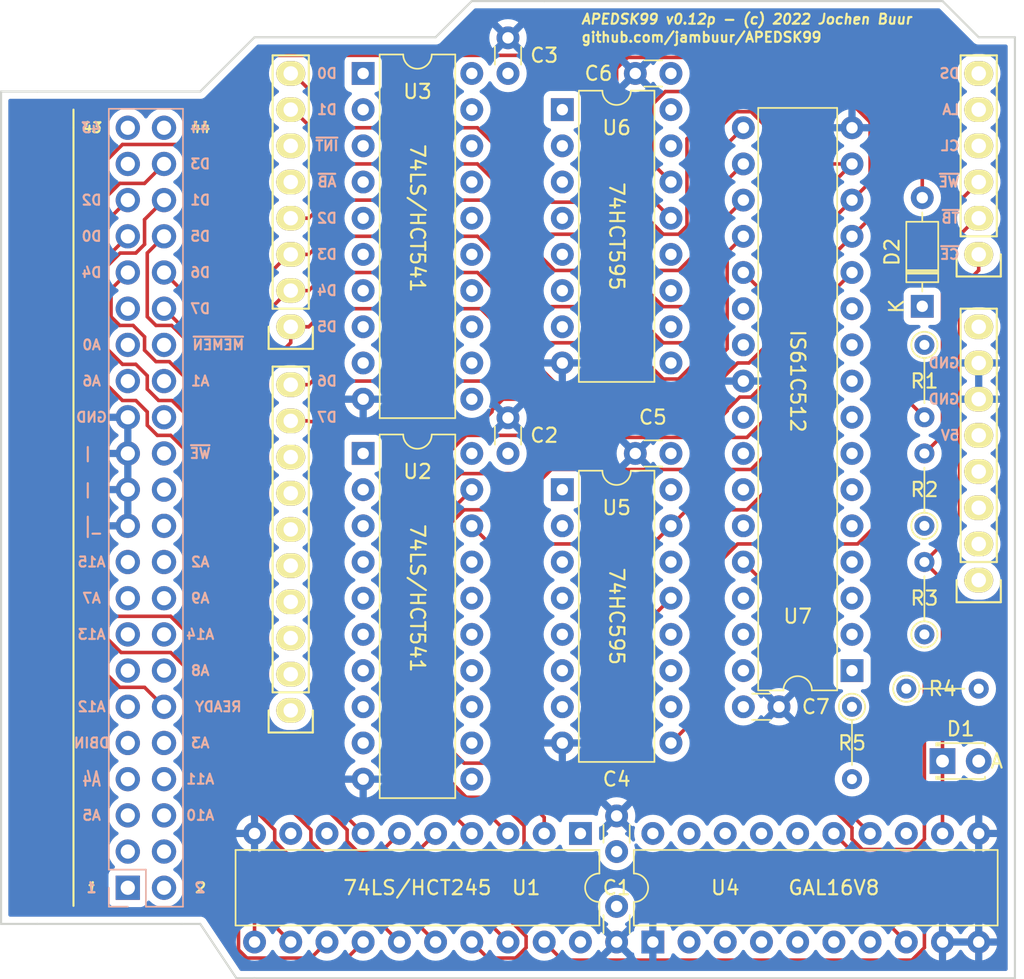
<source format=kicad_pcb>
(kicad_pcb (version 20211014) (generator pcbnew)
  (title_block (date "lun. 30 mars 2015"))
  (layers (0 "F.Cu" signal "Top-Data") (1 "In1.Cu" mixed "Layer2-Power") (2 "In2.Cu" signal "Layer3-Address") (31 "B.Cu" power "Bottom-GND") (36 "B.SilkS" user "B.Silkscreen") (37 "F.SilkS" user "F.Silkscreen") (38 "B.Mask" user) (39 "F.Mask" user) (44 "Edge.Cuts" user))
  (net 0 "")
  (net 1 "+5V")
  (net 2 "GND")
  (net 3 "/A3")
  (net 5 "Net-(D1-Pad2)")
  (net 8 "/D3")
  (net 10 "/D1")
  (net 11 "/D2")
  (net 12 "/D5")
  (net 13 "/D0")
  (net 14 "/D6")
  (net 15 "/D4")
  (net 16 "/D7")
  (net 18 "/A6")
  (net 19 "/~{WE}")
  (net 22 "/A9")
  (net 23 "/A7")
  (net 24 "/A8")
  (net 26 "/READY")
  (net 27 "/A12")
  (net 28 "/DBIN")
  (net 29 "/A11")
  (net 30 "/A4")
  (net 31 "/A10")
  (net 32 "/A5")
  (net 41 "/DS")
  (net 42 "/LATCH")
  (net 43 "/CLOCK")
  (net 44 "/~{TIBUF}")
  (net 60 "/AD_D0")
  (net 61 "/~{AR_BUF}")
  (net 63 "/AD_A0")
  (net 64 "/AD_A10")
  (net 65 "Net-(U5-Pad9)")
  (net 66 "/A15")
  (net 67 "/A14")
  (net 68 "/A13")
  (net 69 "/~{AD_CE}")
  (net 70 "/~{TI_INT}")
  (net 71 "Net-(R5-Pad2)")
  (net 72 "/~{MEMEN}")
  (net 73 "/A0")
  (net 74 "/A1")
  (net 75 "/A2")
  (net 76 "/~{AD_WE}")
  (net 77 "/CE_245")
  (footprint "Socket_Arduino_Uno:Socket_Strip_Arduino_1x08" (layer "F.Cu") (at 171.958 108.585 90)
    (fp_text reference "P1" hide)
    (fp_text value "Power")
  )
  (footprint "Socket_Arduino_Uno:Socket_Strip_Arduino_1x06" (layer "F.Cu") (at 171.958 85.725 90)
    (fp_text reference "P2" hide)
    (fp_text value "Analog")
  )
  (footprint "Socket_Arduino_Uno:Socket_Strip_Arduino_1x10" (layer "F.Cu") (at 123.698 117.729 90)
    (fp_text reference "P3" hide)
    (fp_text value "Digital")
  )
  (footprint "Socket_Arduino_Uno:Socket_Strip_Arduino_1x08" (layer "F.Cu") (at 123.698 90.805 90)
    (fp_text reference "P4" hide)
    (fp_text value "Digital")
  )
  (footprint "Capacitor_THT:C_Disc_D3.0mm_W1.6mm_P2.50mm" (layer "F.Cu") (at 138.938 99.695 90)
    (fp_text reference "C2")
    (fp_text value "100N")
  )
  (footprint "LED_THT:LED_D1.8mm_W3.3mm_H2.4mm" (layer "F.Cu") (at 169.418 121.285)
    (fp_text reference "D1")
    (fp_text value "~CE")
  )
  (footprint "Resistor_THT:R_Axial_DIN0204_L3.6mm_D1.6mm_P5.08mm_Vertical" (layer "F.Cu") (at 168.148 92.075 -90)
    (fp_text reference "R1")
    (fp_text value "5.1K")
  )
  (footprint "Resistor_THT:R_Axial_DIN0204_L3.6mm_D1.6mm_P5.08mm_Vertical" (layer "F.Cu") (at 168.148 112.395 90)
    (fp_text reference "R3")
    (fp_text value "5.1K")
  )
  (footprint "Resistor_THT:R_Axial_DIN0204_L3.6mm_D1.6mm_P5.08mm_Vertical" (layer "F.Cu") (at 166.878 116.205)
    (fp_text reference "R4")
    (fp_text value "330R")
  )
  (footprint "Capacitor_THT:C_Disc_D3.0mm_W1.6mm_P2.50mm" (layer "F.Cu") (at 146.558 133.985 90)
    (fp_text reference "C1")
    (fp_text value "100N")
  )
  (footprint "Package_DIP:DIP-20_W7.62mm" (layer "F.Cu") (at 144.018 126.365 -90)
    (fp_text reference "U1")
    (fp_text value "74LS245")
  )
  (footprint "Capacitor_THT:C_Disc_D3.0mm_W1.6mm_P2.50mm" (layer "F.Cu") (at 146.558 127.635 90)
    (fp_text reference "C4")
    (fp_text value "100N")
  )
  (footprint "Resistor_THT:R_Axial_DIN0204_L3.6mm_D1.6mm_P5.08mm_Vertical" (layer "F.Cu") (at 168.148 104.775 90)
    (fp_text reference "R2")
    (fp_text value "5.1K")
  )
  (footprint "Resistor_THT:R_Axial_DIN0204_L3.6mm_D1.6mm_P5.08mm_Vertical" (layer "F.Cu") (at 163.068 117.475 -90)
    (fp_text reference "R5")
    (fp_text value "1K")
  )
  (footprint "Package_DIP:DIP-20_W7.62mm" (layer "F.Cu") (at 149.098 133.985 90)
    (fp_text reference "U4")
    (fp_text value "GAL16V8")
  )
  (footprint "Package_DIP:DIP-32_W7.62mm" (layer "F.Cu") (at 163.068 114.935 180)
    (fp_text reference "U7")
    (fp_text value "IS61C512-20M")
  )
  (footprint "Capacitor_THT:C_Disc_D3.0mm_W1.6mm_P2.50mm" (layer "F.Cu") (at 138.938 73.025 90)
    (fp_text reference "C3")
    (fp_text value "100N")
  )
  (footprint "Package_DIP:DIP-20_W7.62mm" (layer "F.Cu") (at 128.778 73.025)
    (fp_text reference "U3")
    (fp_text value "74LS541")
  )
  (footprint "Package_DIP:DIP-20_W7.62mm" (layer "F.Cu") (at 128.778 99.695)
    (fp_text reference "U2")
    (fp_text value "74LS541")
  )
  (footprint "Package_DIP:DIP-16_W7.62mm" (layer "F.Cu") (at 142.748 102.235)
    (fp_text reference "U5")
    (fp_text value "74HC595")
  )
  (footprint "Capacitor_THT:C_Disc_D3.0mm_W1.6mm_P2.50mm" (layer "F.Cu") (at 150.368 73.025 180)
    (fp_text reference "C6")
    (fp_text value "100N")
  )
  (footprint "Package_DIP:DIP-16_W7.62mm" (layer "F.Cu") (at 142.748 75.565)
    (fp_text reference "U6")
    (fp_text value "74HC595")
  )
  (footprint "Capacitor_THT:C_Disc_D3.0mm_W1.6mm_P2.50mm" (layer "F.Cu") (at 150.368 99.695 180)
    (fp_text reference "C5")
    (fp_text value "100N")
  )
  (footprint "Capacitor_THT:C_Disc_D3.0mm_W1.6mm_P2.50mm" (layer "F.Cu") (at 155.448 117.475)
    (fp_text reference "C7")
    (fp_text value "100N")
  )
  (footprint "Diode_THT:D_DO-35_SOD27_P7.62mm_Horizontal" (layer "F.Cu") (at 167.998 89.365 90)
    (fp_text reference "D2")
    (fp_text value "1N4148")
  )
  (footprint "Connector_PinHeader_2.54mm:PinHeader_2x22_P2.54mm_Vertical" (layer "B.Cu") (at 112.268 130.175)
    (fp_text reference "J1" hide)
    (fp_text value "240-44-44Pins")
  )
  (gr_line (start 108.458 76.835) (end 108.458 75.565) (layer "F.SilkS") (width 0.15))
  (gr_line (start 108.458 76.835) (end 108.458 131.445) (layer "F.SilkS") (width 0.15))
  (gr_line (start 117.348 132.715) (end 119.888 136.525) (layer "Edge.Cuts") (width 0.15))
  (gr_line (start 141.478 67.945) (end 169.418 67.945) (layer "Edge.Cuts") (width 0.15))
  (gr_line (start 103.378 74.295) (end 105.918 74.295) (layer "Edge.Cuts") (width 0.15))
  (gr_line (start 174.498 70.485) (end 171.958 70.485) (layer "Edge.Cuts") (width 0.15))
  (gr_line (start 105.918 132.715) (end 103.378 132.715) (layer "Edge.Cuts") (width 0.15))
  (gr_line (start 121.158 136.525) (end 119.888 136.525) (layer "Edge.Cuts") (width 0.15))
  (gr_line (start 171.958 70.485) (end 169.418 67.945) (layer "Edge.Cuts") (width 0.15))
  (gr_line (start 116.078 132.715) (end 117.348 132.715) (layer "Edge.Cuts") (width 0.15))
  (gr_line (start 121.158 136.525) (end 174.498 136.525) (layer "Edge.Cuts") (width 0.15))
  (gr_line (start 133.858 70.485) (end 136.398 67.945) (layer "Edge.Cuts") (width 0.15))
  (gr_line (start 136.398 67.945) (end 141.478 67.945) (layer "Edge.Cuts") (width 0.15))
  (gr_line (start 117.348 74.295) (end 121.158 70.485) (layer "Edge.Cuts") (width 0.15))
  (gr_line (start 121.158 70.485) (end 133.858 70.485) (layer "Edge.Cuts") (width 0.15))
  (gr_line (start 105.918 132.715) (end 116.078 132.715) (layer "Edge.Cuts") (width 0.15))
  (gr_line (start 117.348 74.295) (end 105.918 74.295) (layer "Edge.Cuts") (width 0.15))
  (gr_line (start 174.498 136.525) (end 174.498 70.485) (layer "Edge.Cuts") (width 0.15))
  (gr_line (start 103.378 132.715) (end 103.378 74.295) (layer "Edge.Cuts") (width 0.15))
  (gr_text "LA" (at 170.688 75.565) (layer "B.SilkS") (effects (font (size 0.7 0.7)) (justify left mirror)))
  (gr_text "DS" (at 170.688 73.025) (layer "B.SilkS") (effects (font (size 0.7 0.7)) (justify left mirror)))
  (gr_text "~{WE}" (at 170.688 80.645) (layer "B.SilkS") (effects (font (size 0.7 0.7)) (justify left mirror)))
  (gr_text "~{TB}" (at 170.688 83.185) (layer "B.SilkS") (effects (font (size 0.7 0.7)) (justify left mirror)))
  (gr_text "~{CE}" (at 170.688 85.725) (layer "B.SilkS") (effects (font (size 0.7 0.7)) (justify left mirror)))
  (gr_text "GND" (at 170.688 93.345) (layer "B.SilkS") (effects (font (size 0.7 0.7)) (justify left mirror)))
  (gr_text "GND" (at 170.688 95.885) (layer "B.SilkS") (effects (font (size 0.7 0.7)) (justify left mirror)))
  (gr_text "5V" (at 170.688 98.425) (layer "B.SilkS") (effects (font (size 0.7 0.7)) (justify left mirror)))
  (gr_text "~{MEMEN}" (at 118.618 92.075) (layer "B.SilkS") (effects (font (size 0.7 0.7)) (justify mirror)))
  (gr_text "A1" (at 117.348 94.615) (layer "B.SilkS") (effects (font (size 0.7 0.7)) (justify mirror)))
  (gr_text "A2" (at 117.348 107.315) (layer "B.SilkS") (effects (font (size 0.7 0.7)) (justify mirror)))
  (gr_text "A0" (at 109.728 92.075) (layer "B.SilkS") (effects (font (size 0.7 0.7)) (justify mirror)))
  (gr_text "~{WE}" (at 117.348 99.695) (layer "B.SilkS") (effects (font (size 0.7 0.7)) (justify mirror)))
  (gr_text "44" (at 117.348 76.835) (layer "B.SilkS") (effects (font (size 0.7 0.7) (thickness 0.15) italic) (justify mirror)))
  (gr_text "D6" (at 117.348 86.995) (layer "B.SilkS") (effects (font (size 0.7 0.7)) (justify mirror)))
  (gr_text "43" (at 109.728 76.835) (layer "B.SilkS") (effects (font (size 0.7 0.7) (thickness 0.15) italic) (justify mirror)))
  (gr_text "A8" (at 117.348 114.935) (layer "B.SilkS") (effects (font (size 0.7 0.7)) (justify mirror)))
  (gr_text "D2" (at 126.238 83.185) (layer "B.SilkS") (effects (font (size 0.7 0.7)) (justify mirror)))
  (gr_text "D3" (at 117.348 79.375) (layer "B.SilkS") (effects (font (size 0.7 0.7)) (justify mirror)))
  (gr_text "A5" (at 109.728 125.095) (layer "B.SilkS") (effects (font (size 0.7 0.7)) (justify mirror)))
  (gr_text "D7" (at 126.238 97.155) (layer "B.SilkS") (effects (font (size 0.7 0.7)) (justify mirror)))
  (gr_text "A9" (at 117.348 109.855) (layer "B.SilkS") (effects (font (size 0.7 0.7)) (justify mirror)))
  (gr_text "_|" (at 109.728 104.775) (layer "B.SilkS") (effects (font (size 1 0.7)) (justify mirror)))
  (gr_text "A7" (at 109.728 109.855) (layer "B.SilkS") (effects (font (size 0.7 0.7)) (justify mirror)))
  (gr_text "CL" (at 170.688 78.105) (layer "B.SilkS") (effects (font (size 0.7 0.7)) (justify left mirror)))
  (gr_text " |" (at 109.728 102.235) (layer "B.SilkS") (effects (font (size 0.7 0.7)) (justify mirror)))
  (gr_text "A10" (at 117.348 125.095) (layer "B.SilkS") (effects (font (size 0.7 0.7)) (justify mirror)))
  (gr_text "D5" (at 117.348 84.455) (layer "B.SilkS") (effects (font (size 0.7 0.7)) (justify mirror)))
  (gr_text "A4" (at 109.728 122.555) (layer "B.SilkS") (effects (font (size 1 0.7)) (justify mirror)))
  (gr_text " |" (at 109.728 99.695) (layer "B.SilkS") (effects (font (size 0.7 0.7)) (justify mirror)))
  (gr_text "D4" (at 126.238 88.265) (layer "B.SilkS") (effects (font (size 0.7 0.7)) (justify mirror)))
  (gr_text "A6" (at 109.728 94.615) (layer "B.SilkS") (effects (font (size 0.7 0.7)) (justify mirror)))
  (gr_text "DBIN" (at 109.728 120.015) (layer "B.SilkS") (effects (font (size 0.7 0.7)) (justify mirror)))
  (gr_text "~{INT}" (at 126.238 78.105) (layer "B.SilkS") (effects (font (size 0.7 0.7)) (justify mirror)))
  (gr_text "A12" (at 109.728 117.475) (layer "B.SilkS") (effects (font (size 0.7 0.7)) (justify mirror)))
  (gr_text "READY" (at 118.618 117.475) (layer "B.SilkS") (effects (font (size 0.7 0.7)) (justify mirror)))
  (gr_text "~{AB}" (at 126.238 80.645) (layer "B.SilkS") (effects (font (size 0.7 0.7)) (justify mirror)))
  (gr_text "A15" (at 109.728 107.315) (layer "B.SilkS") (effects (font (size 0.7 0.7)) (justify mirror)))
  (gr_text "D3" (at 126.238 85.725) (layer "B.SilkS") (effects (font (size 0.7 0.7)) (justify mirror)))
  (gr_text "D0" (at 126.238 73.025) (layer "B.SilkS") (effects (font (size 0.7 0.7)) (justify mirror)))
  (gr_text "D2" (at 109.728 81.915) (layer "B.SilkS") (effects (font (size 0.7 0.7)) (justify mirror)))
  (gr_text "1" (at 109.728 130.175) (layer "B.SilkS") (effects (font (size 0.7 0.7) (thickness 0.15) italic) (justify mirror)))
  (gr_text "GND" (at 109.728 97.155) (layer "B.SilkS") (effects (font (size 0.7 0.7)) (justify mirror)))
  (gr_text "D5" (at 126.238 90.805) (layer "B.SilkS") (effects (font (size 0.7 0.7)) (justify mirror)))
  (gr_text "2" (at 117.348 130.175) (layer "B.SilkS") (effects (font (size 0.7 0.7) (thickness 0.15) italic) (justify mirror)))
  (gr_text "A14" (at 117.348 112.395) (layer "B.SilkS") (effects (font (size 0.7 0.7)) (justify mirror)))
  (gr_text "D1" (at 117.348 81.915) (layer "B.SilkS") (effects (font (size 0.7 0.7)) (justify mirror)))
  (gr_text "A13" (at 109.728 112.395) (layer "B.SilkS") (effects (font (size 0.7 0.7)) (justify mirror)))
  (gr_text "A11" (at 117.348 122.555) (layer "B.SilkS") (effects (font (size 0.7 0.7)) (justify mirror)))
  (gr_text "D6" (at 126.238 94.615) (layer "B.SilkS") (effects (font (size 0.7 0.7)) (justify mirror)))
  (gr_text "D1" (at 126.238 75.565) (layer "B.SilkS") (effects (font (size 0.7 0.7)) (justify mirror)))
  (gr_text "D7" (at 117.348 89.535) (layer "B.SilkS") (effects (font (size 0.7 0.7)) (justify mirror)))
  (gr_text "D0" (at 109.728 84.455) (layer "B.SilkS") (effects (font (size 0.7 0.7)) (justify mirror)))
  (gr_text "A3" (at 117.348 120.015) (layer "B.SilkS") (effects (font (size 0.7 0.7)) (justify mirror)))
  (gr_text "D4" (at 109.728 86.995) (layer "B.SilkS") (effects (font (size 0.7 0.7)) (justify mirror)))
  (gr_text "74LS/HCT541" (at 132.588 109.855 270) (layer "F.SilkS") (effects (font (size 1 1))))
  (gr_text "74LS/HCT541" (at 132.588 83.185 270) (layer "F.SilkS") (effects (font (size 1 1))))
  (gr_text "GAL16V8" (at 161.798 130.175) (layer "F.SilkS") (effects (font (size 1 1))))
  (gr_text "IS61C512" (at 159.258 94.615 270) (layer "F.SilkS") (effects (font (size 1 1))))
  (gr_text "github.com/jambuur/APEDSK99" (at 144.018 70.485) (layer "F.SilkS") (effects (font (size 0.7 0.7)) (justify left)))
  (gr_text "74HCT595" (at 146.558 84.455 270) (layer "F.SilkS") (effects (font (size 1 1))))
  (gr_text "74HC595" (at 146.558 111.125 270) (layer "F.SilkS") (effects (font (size 1 1))))
  (gr_text "44" (at 117.348 76.835) (layer "F.SilkS") (effects (font (size 0.7 0.7) (thickness 0.15) italic)))
  (gr_text "A" (at 173.228 121.285) (layer "F.SilkS") (effects (font (size 1 1))))
  (gr_text "APEDSK99 v0.12p - (c) 2022 Jochen Buur" (at 144.018 69.215) (layer "F.SilkS") (effects (font (size 0.7 0.7) (thickness 0.15) italic) (justify left)))
  (gr_text "74LS/HCT245" (at 132.588 130.175) (layer "F.SilkS") (effects (font (size 1 1))))
  (gr_text "43" (at 109.728 76.835) (layer "F.SilkS") (effects (font (size 0.7 0.7) (thickness 0.15) italic)))
  (gr_text "2" (at 117.348 130.175) (layer "F.SilkS") (effects (font (size 0.7 0.7) (thickness 0.15) italic)))
  (gr_text "1" (at 109.728 130.175) (layer "F.SilkS") (effects (font (size 0.7 0.7) (thickness 0.15) italic)))
  (segment (start 111.798998 113.665) (end 115.277002 113.665) (width 0.25) (layer "F.Cu") (net 8))
  (segment (start 114.808 79.375) (end 113.443001 80.739999) (width 0.25) (layer "F.Cu") (net 8))
  (segment (start 109.292955 83.151043) (end 109.292955 111.158957) (width 0.25) (layer "F.Cu") (net 8))
  (segment (start 111.703999 80.739999) (end 109.292955 83.151043) (width 0.25) (layer "F.Cu") (net 8))
  (segment (start 119.582988 134.711401) (end 120.431598 135.560011) (width 0.25) (layer "F.Cu") (net 8))
  (segment (start 119.582988 131.779221) (end 119.582988 134.711401) (width 0.25) (layer "F.Cu") (net 8))
  (segment (start 120.431598 135.560011) (end 127.202989 135.560011) (width 0.25) (layer "F.Cu") (net 8))
  (segment (start 116.897991 129.094223) (end 119.582988 131.779221) (width 0.25) (layer "F.Cu") (net 8))
  (segment (start 109.292955 111.158957) (end 111.798998 113.665) (width 0.25) (layer "F.Cu") (net 8))
  (segment (start 116.882922 115.27092) (end 116.882922 128.703535) (width 0.25) (layer "F.Cu") (net 8))
  (segment (start 116.882922 128.703535) (end 116.882924 129.076335) (width 0.25) (layer "F.Cu") (net 8))
  (segment (start 127.202989 135.560011) (end 128.778 133.985) (width 0.25) (layer "F.Cu") (net 8))
  (segment (start 115.277002 113.665) (end 116.882922 115.27092) (width 0.25) (layer "F.Cu") (net 8))
  (segment (start 113.443001 80.739999) (end 111.703999 80.739999) (width 0.25) (layer "F.Cu") (net 8))
  (segment (start 115.372001 95.979999) (end 114.433997 95.979999) (width 0.25) (layer "F.Cu") (net 10))
  (segment (start 113.443001 83.279999) (end 113.958001 82.764999) (width 0.25) (layer "F.Cu") (net 10))
  (segment (start 111.729409 85.630001) (end 112.832001 85.630001) (width 0.25) (layer "F.Cu") (net 10))
  (segment (start 113.958001 82.764999) (end 114.808 81.915) (width 0.25) (layer "F.Cu") (net 10))
  (segment (start 110.642988 86.716422) (end 111.729409 85.630001) (width 0.25) (layer "F.Cu") (net 10))
  (segment (start 122.898001 133.18218) (end 118.232954 128.517133) (width 0.25) (layer "F.Cu") (net 10))
  (segment (start 113.632999 94.240997) (end 112.832001 93.439999) (width 0.25) (layer "F.Cu") (net 10))
  (segment (start 113.443001 85.019001) (end 113.443001 83.279999) (width 0.25) (layer "F.Cu") (net 10))
  (segment (start 110.642988 92.18899) (end 110.642988 86.716422) (width 0.25) (layer "F.Cu") (net 10))
  (segment (start 112.832001 85.630001) (end 113.443001 85.019001) (width 0.25) (layer "F.Cu") (net 10))
  (segment (start 114.433997 95.979999) (end 113.632999 95.179001) (width 0.25) (layer "F.Cu") (net 10))
  (segment (start 122.898001 133.185001) (end 122.898001 133.18218) (width 0.25) (layer "F.Cu") (net 10))
  (segment (start 111.893997 93.439999) (end 110.642988 92.18899) (width 0.25) (layer "F.Cu") (net 10))
  (segment (start 112.832001 93.439999) (end 111.893997 93.439999) (width 0.25) (layer "F.Cu") (net 10))
  (segment (start 113.632999 95.179001) (end 113.632999 94.240997) (width 0.25) (layer "F.Cu") (net 10))
  (segment (start 123.698 133.985) (end 122.898001 133.185001) (width 0.25) (layer "F.Cu") (net 10))
  (segment (start 118.232954 128.517133) (end 118.232954 98.840952) (width 0.25) (layer "F.Cu") (net 10))
  (segment (start 118.232954 98.840952) (end 115.372001 95.979999) (width 0.25) (layer "F.Cu") (net 10))
  (segment (start 126.238 133.985) (end 125.112999 135.110001) (width 0.25) (layer "F.Cu") (net 11))
  (segment (start 120.032999 134.525001) (end 120.032999 131.592821) (width 0.25) (layer "F.Cu") (net 11))
  (segment (start 109.742966 109.869966) (end 109.742966 84.440034) (width 0.25) (layer "F.Cu") (net 11))
  (segment (start 120.617999 135.110001) (end 120.032999 134.525001) (width 0.25) (layer "F.Cu") (net 11))
  (segment (start 110.998 111.125) (end 109.742966 109.869966) (width 0.25) (layer "F.Cu") (net 11))
  (segment (start 117.332932 113.18093) (end 117.332932 128.889933) (width 0.25) (layer "F.Cu") (net 11))
  (segment (start 109.742966 84.440034) (end 112.268 81.915) (width 0.25) (layer "F.Cu") (net 11))
  (segment (start 115.277002 111.125) (end 110.998 111.125) (width 0.25) (layer "F.Cu") (net 11))
  (segment (start 117.332933 113.180931) (end 115.277002 111.125) (width 0.25) (layer "F.Cu") (net 11))
  (segment (start 115.277002 111.125) (end 117.332932 113.18093) (width 0.25) (layer "F.Cu") (net 11))
  (segment (start 125.112999 135.110001) (end 120.617999 135.110001) (width 0.25) (layer "F.Cu") (net 11))
  (segment (start 120.032999 131.592821) (end 117.348 128.907822) (width 0.25) (layer "F.Cu") (net 11))
  (segment (start 113.632999 90.099001) (end 114.243999 90.710001) (width 0.25) (layer "F.Cu") (net 12))
  (segment (start 113.632999 85.630001) (end 113.632999 90.099001) (width 0.25) (layer "F.Cu") (net 12))
  (segment (start 114.808 84.455) (end 113.632999 85.630001) (width 0.25) (layer "F.Cu") (net 12))
  (segment (start 133.058001 133.185001) (end 133.858 133.985) (width 0.25) (layer "F.Cu") (net 12))
  (segment (start 129.597989 129.724989) (end 133.058001 133.185001) (width 0.25) (layer "F.Cu") (net 12))
  (segment (start 119.132977 94.496387) (end 119.132977 127.513567) (width 0.25) (layer "F.Cu") (net 12))
  (segment (start 121.344399 129.724989) (end 129.597989 129.724989) (width 0.25) (layer "F.Cu") (net 12))
  (segment (start 114.243999 90.710001) (end 115.346591 90.710001) (width 0.25) (layer "F.Cu") (net 12))
  (segment (start 115.346591 90.710001) (end 119.132977 94.496387) (width 0.25) (layer "F.Cu") (net 12))
  (segment (start 119.132977 127.513567) (end 121.344399 129.724989) (width 0.25) (layer "F.Cu") (net 12))
  (segment (start 117.782943 128.703533) (end 121.158 132.078589) (width 0.25) (layer "F.Cu") (net 13))
  (segment (start 113.632999 97.719001) (end 114.338998 98.425) (width 0.25) (layer "F.Cu") (net 13))
  (segment (start 110.192977 94.278979) (end 111.893997 95.979999) (width 0.25) (layer "F.Cu") (net 13))
  (segment (start 113.632999 96.780997) (end 113.632999 97.719001) (width 0.25) (layer "F.Cu") (net 13))
  (segment (start 117.782943 100.930941) (end 117.782943 128.703533) (width 0.25) (layer "F.Cu") (net 13))
  (segment (start 112.268 84.455) (end 110.192977 86.530023) (width 0.25) (layer "F.Cu") (net 13))
  (segment (start 112.832001 95.979999) (end 113.632999 96.780997) (width 0.25) (layer "F.Cu") (net 13))
  (segment (start 115.277002 98.425) (end 117.782943 100.930941) (width 0.25) (layer "F.Cu") (net 13))
  (segment (start 110.192977 86.530023) (end 110.192977 94.278979) (width 0.25) (layer "F.Cu") (net 13))
  (segment (start 111.893997 95.979999) (end 112.832001 95.979999) (width 0.25) (layer "F.Cu") (net 13))
  (segment (start 121.158 132.078589) (end 121.158 133.985) (width 0.25) (layer "F.Cu") (net 13))
  (segment (start 114.338998 98.425) (end 115.277002 98.425) (width 0.25) (layer "F.Cu") (net 13))
  (segment (start 137.523001 135.110001) (end 137.197999 134.784999) (width 0.25) (layer "F.Cu") (net 14))
  (segment (start 140.208 134.380002) (end 139.478001 135.110001) (width 0.25) (layer "F.Cu") (net 14))
  (segment (start 120.032999 92.219999) (end 120.032999 123.574997) (width 0.25) (layer "F.Cu") (net 14))
  (segment (start 137.197999 134.784999) (end 136.398 133.985) (width 0.25) (layer "F.Cu") (net 14))
  (segment (start 122.572999 126.905001) (end 124.492965 128.824967) (width 0.25) (layer "F.Cu") (net 14))
  (segment (start 122.572999 126.114997) (end 122.572999 126.905001) (width 0.25) (layer "F.Cu") (net 14))
  (segment (start 139.478001 135.110001) (end 137.523001 135.110001) (width 0.25) (layer "F.Cu") (net 14))
  (segment (start 124.492965 128.824967) (end 135.442969 128.824967) (width 0.25) (layer "F.Cu") (net 14))
  (segment (start 135.442969 128.824967) (end 140.208 133.589998) (width 0.25) (layer "F.Cu") (net 14))
  (segment (start 140.208 133.589998) (end 140.208 134.380002) (width 0.25) (layer "F.Cu") (net 14))
  (segment (start 120.032999 123.574997) (end 122.572999 126.114997) (width 0.25) (layer "F.Cu") (net 14))
  (segment (start 114.808 86.995) (end 120.032999 92.219999) (width 0.25) (layer "F.Cu") (net 14))
  (segment (start 115.182003 93.250001) (end 114.243999 93.250001) (width 0.25) (layer "F.Cu") (net 15))
  (segment (start 127.508 130.175) (end 121.158 130.175) (width 0.25) (layer "F.Cu") (net 15))
  (segment (start 111.092999 88.170001) (end 112.268 86.995) (width 0.25) (layer "F.Cu") (net 15))
  (segment (start 113.443001 91.510999) (end 112.642003 90.710001) (width 0.25) (layer "F.Cu") (net 15))
  (segment (start 113.443001 92.449003) (end 113.443001 91.510999) (width 0.25) (layer "F.Cu") (net 15))
  (segment (start 121.158 130.175) (end 118.682965 127.699965) (width 0.25) (layer "F.Cu") (net 15))
  (segment (start 112.642003 90.710001) (end 111.703999 90.710001) (width 0.25) (layer "F.Cu") (net 15))
  (segment (start 111.092999 90.099001) (end 111.092999 88.170001) (width 0.25) (layer "F.Cu") (net 15))
  (segment (start 118.682965 96.750963) (end 115.182003 93.250001) (width 0.25) (layer "F.Cu") (net 15))
  (segment (start 111.703999 90.710001) (end 111.092999 90.099001) (width 0.25) (layer "F.Cu") (net 15))
  (segment (start 118.682965 127.699965) (end 118.682965 96.750963) (width 0.25) (layer "F.Cu") (net 15))
  (segment (start 131.318 133.985) (end 127.508 130.175) (width 0.25) (layer "F.Cu") (net 15))
  (segment (start 114.243999 93.250001) (end 113.443001 92.449003) (width 0.25) (layer "F.Cu") (net 15))
  (segment (start 119.582988 127.091401) (end 121.766565 129.274978) (width 0.25) (layer "F.Cu") (net 16))
  (segment (start 134.227978 129.274978) (end 138.138001 133.185001) (width 0.25) (layer "F.Cu") (net 16))
  (segment (start 114.808 89.535) (end 119.582988 94.309988) (width 0.25) (layer "F.Cu") (net 16))
  (segment (start 121.766565 129.274978) (end 134.227978 129.274978) (width 0.25) (layer "F.Cu") (net 16))
  (segment (start 119.582988 94.309988) (end 119.582988 127.091401) (width 0.25) (layer "F.Cu") (net 16))
  (segment (start 138.138001 133.185001) (end 138.938 133.985) (width 0.25) (layer "F.Cu") (net 16))
  (segment (start 111.893997 78.010001) (end 116.172999 78.010001) (width 0.25) (layer "F.Cu") (net 26))
  (segment (start 167.998 75.695051) (end 163.752937 71.449988) (width 0.25) (layer "F.Cu") (net 26))
  (segment (start 113.443001 116.110001) (end 111.703999 116.110001) (width 0.25) (layer "F.Cu") (net 26))
  (segment (start 147.141599 71.449988) (end 163.752937 71.449988) (width 0.25) (layer "F.Cu") (net 26))
  (segment (start 122.428 71.755) (end 146.836588 71.755) (width 0.25) (layer "F.Cu") (net 26))
  (segment (start 167.998 81.745) (end 167.998 75.695051) (width 0.25) (layer "F.Cu") (net 26))
  (segment (start 114.808 117.475) (end 113.443001 116.110001) (width 0.25) (layer "F.Cu") (net 26))
  (segment (start 108.842946 81.061052) (end 111.893997 78.010001) (width 0.25) (layer "F.Cu") (net 26))
  (segment (start 108.842945 113.248946) (end 108.842946 81.061052) (width 0.25) (layer "F.Cu") (net 26))
  (segment (start 111.703999 116.110001) (end 108.842945 113.248946) (width 0.25) (layer "F.Cu") (net 26))
  (segment (start 146.836588 71.755) (end 147.141599 71.449988) (width 0.25) (layer "F.Cu") (net 26))
  (segment (start 116.172999 78.010001) (end 122.428 71.755) (width 0.25) (layer "F.Cu") (net 26))
  (segment (start 141.478 129.300002) (end 140.063001 127.885003) (width 0.25) (layer "F.Cu") (net 44))
  (segment (start 166.878 133.985) (end 162.193002 129.300002) (width 0.25) (layer "F.Cu") (net 44))
  (segment (start 143.623 129.3) (end 143.622998 129.300002) (width 0.25) (layer "F.Cu") (net 44))
  (segment (start 143.622998 129.300002) (end 141.478 129.300002) (width 0.25) (layer "F.Cu") (net 44))
  (segment (start 171.958 83.185) (end 171.8056 83.185) (width 0.25) (layer "F.Cu") (net 44))
  (segment (start 169.418 98.425) (end 168.148 99.695) (width 0.25) (layer "F.Cu") (net 44))
  (segment (start 133.407989 105.225011) (end 135.598001 103.034999) (width 0.25) (layer "F.Cu") (net 44))
  (segment (start 140.063001 125.824999) (end 138.063005 123.825003) (width 0.25) (layer "F.Cu") (net 44))
  (segment (start 171.8056 83.185) (end 169.418 85.5726) (width 0.25) (layer "F.Cu") (net 44))
  (segment (start 162.193002 129.300002) (end 143.623 129.3) (width 0.25) (layer "F.Cu") (net 44))
  (segment (start 133.407989 121.229991) (end 133.407989 105.225011) (width 0.25) (layer "F.Cu") (net 44))
  (segment (start 140.063001 127.885003) (end 140.063001 125.824999) (width 0.25) (layer "F.Cu") (net 44))
  (segment (start 135.598001 103.034999) (end 136.398 102.235) (width 0.25) (layer "F.Cu") (net 44))
  (segment (start 169.418 85.5726) (end 169.418 98.425) (width 0.25) (layer "F.Cu") (net 44))
  (segment (start 138.063005 123.825003) (end 136.002999 123.825001) (width 0.25) (layer "F.Cu") (net 44))
  (segment (start 136.002999 123.825001) (end 133.407989 121.229991) (width 0.25) (layer "F.Cu") (net 44))
  (segment (start 128.382998 127.635) (end 127.652999 126.905001) (width 0.25) (layer "F.Cu") (net 60))
  (segment (start 150.908001 86.850001) (end 148.953001 86.850001) (width 0.25) (layer "F.Cu") (net 60))
  (segment (start 136.398 126.365) (end 132.507967 122.474967) (width 0.25) (layer "F.Cu") (net 60))
  (segment (start 153.863031 83.499969) (end 154.648001 82.714999) (width 0.25) (layer "F.Cu") (net 60))
  (segment (start 133.858 105.649998) (end 135.857999 103.649999) (width 0.25) (layer "F.Cu") (net 60))
  (segment (start 136.002998 98.425) (end 141.478 98.425) (width 0.25) (layer "F.Cu") (net 60))
  (segment (start 123.698 91.9186) (end 122.058022 93.558578) (width 0.25) (layer "F.Cu") (net 60))
  (segment (start 151.943012 77.799987) (end 151.943012 85.81499) (width 0.25) (layer "F.Cu") (net 60))
  (segment (start 165.157987 82.365013) (end 163.867999 83.655001) (width 0.25) (layer "F.Cu") (net 60))
  (segment (start 122.058022 93.558578) (end 122.058022 119.645022) (width 0.25) (layer "F.Cu") (net 60))
  (segment (start 125.218 94.615) (end 140.84441 94.615) (width 0.25) (layer "F.Cu") (net 60))
  (segment (start 140.696591 101.109999) (end 143.236591 98.569999) (width 0.25) (layer "F.Cu") (net 60))
  (segment (start 143.236591 98.569999) (end 155.698003 98.569999) (width 0.25) (layer "F.Cu") (net 60))
  (segment (start 155.988001 95.740001) (end 157.537989 94.190013) (width 0.25) (layer "F.Cu") (net 60))
  (segment (start 164.338 80.645) (end 164.338 76.439998) (width 0.25) (layer "F.Cu") (net 60))
  (segment (start 157.087978 92.100024) (end 157.087978 88.634978) (width 0.25) (layer "F.Cu") (net 60))
  (segment (start 147.577997 82.059999) (end 149.827999 84.310001) (width 0.25) (layer "F.Cu") (net 60))
  (segment (start 154.483011 75.259988) (end 151.943012 77.799987) (width 0.25) (layer "F.Cu") (net 60))
  (segment (start 126.234 81.915) (end 137.272998 81.915) (width 0.25) (layer "F.Cu") (net 60))
  (segment (start 150.908001 94.470001) (end 153.41302 91.964982) (width 0.25) (layer "F.Cu") (net 60))
  (segment (start 142.475924 94.984978) (end 151.035079 94.984978) (width 0.25) (layer "F.Cu") (net 60))
  (segment (start 125.112999 126.905001) (end 126.582954 128.374956) (width 0.25) (layer "F.Cu") (net 60))
  (segment (start 136.793002 84.455) (end 141.728003 89.390001) (width 0.25) (layer "F.Cu") (net 60))
  (segment (start 149.827999 94.470001) (end 150.908001 94.470001) (width 0.25) (layer "F.Cu") (net 60))
  (segment (start 135.616591 101.109999) (end 140.696591 101.109999) (width 0.25) (layer "F.Cu") (net 60))
  (segment (start 155.448 76.835) (end 152.963009 79.319991) (width 0.25) (layer "F.Cu") (net 60))
  (segment (start 157.537989 84.905011) (end 162.268001 80.174999) (width 0.25) (layer "F.Cu") (net 60))
  (segment (start 126.582954 128.374956) (end 131.848044 128.374956) (width 0.25) (layer "F.Cu") (net 60))
  (segment (start 137.674369 121.429999) (end 135.857999 121.429999) (width 0.25) (layer "F.Cu") (net 60))
  (segment (start 148.953001 86.850001) (end 146.413001 84.310001) (width 0.25) (layer "F.Cu") (net 60))
  (segment (start 127.652999 126.114997) (end 121.608011 120.070009) (width 0.25) (layer "F.Cu") (net 60))
  (segment (start 136.793002 79.375) (end 127.6604 79.375) (width 0.25) (layer "F.Cu") (net 60))
  (segment (start 132.507967 101.920031) (end 136.002998 98.425) (width 0.25) (layer "F.Cu") (net 60))
  (segment (start 133.058001 127.164999) (end 133.858 126.365) (width 0.25) (layer "F.Cu") (net 60))
  (segment (start 123.698 85.725) (end 124.964 85.725) (width 0.25) (layer "F.Cu") (net 60))
  (segment (start 137.812999 96.771414) (end 137.812999 96.654999) (width 0.25) (layer "F.Cu") (net 60))
  (segment (start 152.963009 79.319991) (end 152.963009 90.620059) (width 0.25) (layer "F.Cu") (net 60))
  (segment (start 138.582998 95.885) (end 152.512998 95.885) (width 0.25) (layer "F.Cu") (net 60))
  (segment (start 137.025946 89.535) (end 142.475924 94.984978) (width 0.25) (layer "F.Cu") (net 60))
  (segment (start 132.507967 122.474967) (end 132.507967 101.920031) (width 0.25) (layer "F.Cu") (net 60))
  (segment (start 127.978001 125.565001) (end 128.778 126.365) (width 0.25) (layer "F.Cu") (net 60))
  (segment (start 162.268001 80.174999) (end 163.068 79.375) (width 0.25) (layer "F.Cu") (net 60))
  (segment (start 153.41302 91.964982) (end 153.41302 81.40998) (width 0.25) (layer "F.Cu") (net 60))
  (segment (start 164.338 76.439998) (end 163.15799 75.259988) (width 0.25) (layer "F.Cu") (net 60))
  (segment (start 124.964 94.869) (end 125.218 94.615) (width 0.25) (layer "F.Cu") (net 60))
  (segment (start 121.158 122.159998) (end 125.112999 126.114997) (width 0.25) (layer "F.Cu") (net 60))
  (segment (start 140.84441 94.615) (end 141.664399 95.434989) (width 0.25) (layer "F.Cu") (net 60))
  (segment (start 154.313042 92.343426) (end 154.313042 85.589958) (width 0.25) (layer "F.Cu") (net 60))
  (segment (start 153.41302 81.40998) (end 154.648001 80.174999) (width 0.25) (layer "F.Cu") (net 60))
  (segment (start 137.272998 81.915) (end 142.207999 86.850001) (width 0.25) (layer "F.Cu") (net 60))
  (segment (start 149.827999 91.930001) (end 151.653067 91.930001) (width 0.25) (layer "F.Cu") (net 60))
  (segment (start 147.287999 86.850001) (end 149.827999 89.390001) (width 0.25) (layer "F.Cu") (net 60))
  (segment (start 149.827999 84.310001) (end 150.908001 84.310001) (width 0.25) (layer "F.Cu") (net 60))
  (segment (start 155.698003 98.569999) (end 157.988 96.280002) (width 0.25) (layer "F.Cu") (net 60))
  (segment (start 158.807989 98.000013) (end 158.807989 88.715011) (width 0.25) (layer "F.Cu") (net 60))
  (segment (start 157.988 86.995) (end 162.268001 82.714999) (width 0.25) (layer "F.Cu") (net 60))
  (segment (start 136.848012 124.275012) (end 135.379099 124.275011) (width 0.25) (layer "F.Cu") (net 60))
  (segment (start 123.698 73.025) (end 123.8504 73.025) (width 0.25) (layer "F.Cu") (net 60))
  (segment (start 154.36157 74.745019) (end 164.15443 74.745019) (width 0.25) (layer "F.Cu") (net 60))
  (segment (start 135.379099 124.275011) (end 132.957978 121.85389) (width 0.25) (layer "F.Cu") (net 60))
  (segment (start 121.608011 90.202589) (end 123.5456 88.265) (width 0.25) (layer "F.Cu") (net 60))
  (segment (start 162.268001 85.254999) (end 163.068 84.455) (width 0.25) (layer "F.Cu") (net 60))
  (segment (start 123.8504 73.025) (end 127.6604 76.835) (width 0.25) (layer "F.Cu") (net 60))
  (segment (start 124.964 90.805) (end 126.234 89.535) (width 0.25) (layer "F.Cu") (net 60))
  (segment (start 154.907999 75.709999) (end 152.512998 78.105) (width 0.25) (layer "F.Cu") (net 60))
  (segment (start 158.807989 88.715011) (end 162.268001 85.254999) (width 0.25) (layer "F.Cu") (net 60))
  (segment (start 162.268001 82.714999) (end 163.068 81.915) (width 0.25) (layer "F.Cu") (net 60))
  (segment (start 151.943012 85.81499) (end 150.908001 86.850001) (width 0.25) (layer "F.Cu") (net 60))
  (segment (start 154.648001 82.714999) (end 155.448 81.915) (width 0.25) (layer "F.Cu") (net 60))
  (segment (start 157.087978 88.634978) (end 156.247999 87.794999) (width 0.25) (layer "F.Cu") (net 60))
  (segment (start 126.234 89.535) (end 137.025946 89.535) (width 0.25) (layer "F.Cu") (net 60))
  (segment (start 137.124401 97.460012) (end 137.812999 96.771414) (width 0.25) (layer "F.Cu") (net 60))
  (segment (start 132.957978 121.85389) (end 132.957978 103.768612) (width 0.25) (layer "F.Cu") (net 60))
  (segment (start 159.653002 79.375) (end 155.988001 75.709999) (width 0.25) (layer "F.Cu") (net 60))
  (segment (start 147.287999 91.930001) (end 149.827999 94.470001) (width 0.25) (layer "F.Cu") (net 60))
  (segment (start 141.478 126.365) (end 141.478 125.23363) (width 0.25) (layer "F.Cu") (net 60))
  (segment (start 141.728003 91.930001) (end 147.287999 91.930001) (width 0.25) (layer "F.Cu") (net 60))
  (segment (start 123.698 83.185) (end 124.964 83.185) (width 0.25) (layer "F.Cu") (net 60))
  (segment (start 157.537989 94.190013) (end 157.537989 84.905011) (width 0.25) (layer "F.Cu") (net 60))
  (segment (start 124.964 88.265) (end 126.234 86.995) (width 0.25) (layer "F.Cu") (net 60))
  (segment (start 141.977997 100.820001) (end 155.988001 100.820001) (width 0.25) (layer "F.Cu") (net 60))
  (segment (start 155.052998 93.345) (end 155.843002 93.345) (width 0.25) (layer "F.Cu") (net 60))
  (segment (start 130.048 127.635) (end 128.382998 127.635) (width 0.25) (layer "F.Cu") (net 60))
  (segment (start 123.698 88.265) (end 124.964 88.265) (width 0.25) (layer "F.Cu") (net 60))
  (segment (start 155.988001 100.820001) (end 158.807989 98.000013) (width 0.25) (layer "F.Cu") (net 60))
  (segment (start 151.493001 83.725001) (end 151.493001 77.613588) (width 0.25) (layer "F.Cu") (net 60))
  (segment (start 141.478 98.425) (end 142.137923 97.765077) (width 0.25) (layer "F.Cu") (net 60))
  (segment (start 142.018001 82.059999) (end 147.577997 82.059999) (width 0.25) (layer "F.Cu") (net 60))
  (segment (start 124.964 83.185) (end 126.234 81.915) (width 0.25) (layer "F.Cu") (net 60))
  (segment (start 136.793002 76.835) (end 142.018001 82.059999) (width 0.25) (layer "F.Cu") (net 60))
  (segment (start 151.221479 95.434989) (end 154.313042 92.343426) (width 0.25) (layer "F.Cu") (net 60))
  (segment (start 153.253597 97.765077) (end 154.322999 96.695675) (width 0.25) (layer "F.Cu") (net 60))
  (segment (start 150.908001 84.310001) (end 151.493001 83.725001) (width 0.25) (layer "F.Cu") (net 60))
  (segment (start 124.964 85.725) (end 126.234 84.455) (width 0.25) (layer "F.Cu") (net 60))
  (segment (start 163.068 81.915) (end 164.338 80.645) (width 0.25) (layer "F.Cu") (net 60))
  (segment (start 155.843002 93.345) (end 157.087978 92.100024) (width 0.25) (layer "F.Cu") (net 60))
  (segment (start 135.857999 103.649999) (end 139.147999 103.649999) (width 0.25) (layer "F.Cu") (net 60))
  (segment (start 139.147999 103.649999) (end 141.977997 100.820001) (width 0.25) (layer "F.Cu") (net 60))
  (segment (start 127.6604 76.835) (end 136.793002 76.835) (width 0.25) (layer "F.Cu") (net 60))
  (segment (start 137.812999 96.654999) (end 138.582998 95.885) (width 0.25) (layer "F.Cu") (net 60))
  (segment (start 123.698 94.869) (end 124.964 94.869) (width 0.25) (layer "F.Cu") (net 60))
  (segment (start 125.112999 126.114997) (end 125.112999 126.905001) (width 0.25) (layer "F.Cu") (net 60))
  (segment (start 163.867999 83.655001) (end 163.068 84.455) (width 0.25) (layer "F.Cu") (net 60))
  (segment (start 142.207999 86.850001) (end 147.287999 86.850001) (width 0.25) (layer "F.Cu") (net 60))
  (segment (start 163.15799 75.259988) (end 154.483011 75.259988) (width 0.25) (layer "F.Cu") (net 60))
  (segment (start 155.988001 75.709999) (end 154.907999 75.709999) (width 0.25) (layer "F.Cu") (net 60))
  (segment (start 123.698 97.409) (end 124.964 97.409) (width 0.25) (layer "F.Cu") (net 60))
  (segment (start 123.5456 85.725) (end 121.158 88.1126) (width 0.25) (layer "F.Cu") (net 60))
  (segment (start 151.035079 94.984978) (end 153.863031 92.157026) (width 0.25) (layer "F.Cu") (net 60))
  (segment (start 156.247999 87.794999) (end 155.448 86.995) (width 0.25) (layer "F.Cu") (net 60))
  (segment (start 127.6604 79.375) (end 123.8504 75.565) (width 0.25) (layer "F.Cu") (net 60))
  (segment (start 154.648001 85.254999) (end 155.448 84.455) (width 0.25) (layer "F.Cu") (net 60))
  (segment (start 147.287999 89.390001) (end 149.827999 91.930001) (width 0.25) (layer "F.Cu") (net 60))
  (segment (start 142.137923 97.765077) (end 153.253597 97.765077) (width 0.25) (layer "F.Cu") (net 60))
  (segment (start 164.15443 74.745019) (end 165.157987 75.748576) (width 0.25) (layer "F.Cu") (net 60))
  (segment (start 132.957978 103.768612) (end 135.616591 101.109999) (width 0.25) (layer "F.Cu") (net 60))
  (segment (start 155.197997 95.740001) (end 155.988001 95.740001) (width 0.25) (layer "F.Cu") (net 60))
  (segment (start 123.8504 75.565) (end 123.698 75.565) (width 0.25) (layer "F.Cu") (net 60))
  (segment (start 138.938 126.365) (end 136.848012 124.275012) (width 0.25) (layer "F.Cu") (net 60))
  (segment (start 122.058022 119.645022) (end 127.978001 125.565001) (width 0.25) (layer "F.Cu") (net 60))
  (segment (start 151.653067 91.930001) (end 152.843034 90.740034) (width 0.25) (layer "F.Cu") (net 60))
  (segment (start 121.158 88.1126) (end 121.158 122.159998) (width 0.25) (layer "F.Cu") (net 60))
  (segment (start 131.848044 128.374956) (end 133.058001 127.164999) (width 0.25) (layer "F.Cu") (net 60))
  (segment (start 123.5456 88.265) (end 123.698 88.265) (width 0.25) (layer "F.Cu") (net 60))
  (segment (start 152.512998 88.660002) (end 151.782999 89.390001) (width 0.25) (layer "F.Cu") (net 60))
  (segment (start 141.728003 84.310001) (end 136.793002 79.375) (width 0.25) (layer "F.Cu") (net 60))
  (segment (start 149.827999 89.390001) (end 151.782999 89.390001) (width 0.25) (layer "F.Cu") (net 60))
  (segment (start 127.652999 126.905001) (end 127.652999 126.114997) (width 0.25) (layer "F.Cu") (net 60))
  (segment (start 141.664399 95.434989) (end 151.221479 95.434989) (width 0.25) (layer "F.Cu") (net 60))
  (segment (start 152.512998 95.885) (end 155.052998 93.345) (width 0.25) (layer "F.Cu") (net 60))
  (segment (start 123.698 90.805) (end 123.698 91.9186) (width 0.25) (layer "F.Cu") (net 60))
  (segment (start 154.648001 80.174999) (end 155.448 79.375) (width 0.25) (layer "F.Cu") (net 60))
  (segment (start 146.413001 84.310001) (end 141.728003 84.310001) (width 0.25) (layer "F.Cu") (net 60))
  (segment (start 136.793002 86.995) (end 141.728003 91.930001) (width 0.25) (layer "F.Cu") (net 60))
  (segment (start 154.322999 96.614999) (end 155.197997 95.740001) (width 0.25) (layer "F.Cu") (net 60))
  (segment (start 123.698 85.725) (end 123.5456 85.725) (width 0.25) (layer "F.Cu") (net 60))
  (segment (start 163.068 79.375) (end 159.653002 79.375) (width 0.25) (layer "F.Cu") (net 60))
  (segment (start 154.322999 96.695675) (end 154.322999 96.614999) (width 0.25) (layer "F.Cu") (net 60))
  (segment (start 135.857999 121.429999) (end 133.858 119.43) (width 0.25) (layer "F.Cu") (net 60))
  (segment (start 133.858 119.43) (end 133.858 105.649998) (width 0.25) (layer "F.Cu") (net 60))
  (segment (start 126.234 86.995) (end 136.793002 86.995) (width 0.25) (layer "F.Cu") (net 60))
  (segment (start 141.728003 89.390001) (end 147.287999 89.390001) (width 0.25) (layer "F.Cu") (net 60))
  (segment (start 125.015012 97.460012) (end 137.124401 97.460012) (width 0.25) (layer "F.Cu") (net 60))
  (segment (start 154.313042 85.589958) (end 154.648001 85.254999) (width 0.25) (layer "F.Cu") (net 60))
  (segment (start 126.234 84.455) (end 136.793002 84.455) (width 0.25) (layer "F.Cu") (net 60))
  (segment (start 153.863031 92.157026) (end 153.863031 83.499969) (width 0.25) (layer "F.Cu") (net 60))
  (segment (start 123.698 90.805) (end 124.964 90.805) (width 0.25) (layer "F.Cu") (net 60))
  (segment (start 152.963009 90.620059) (end 151.653067 91.930001) (width 0.25) (layer "F.Cu") (net 60))
  (segment (start 121.608011 120.070009) (end 121.608011 90.202589) (width 0.25) (layer "F.Cu") (net 60))
  (segment (start 124.964 97.409) (end 125.015012 97.460012) (width 0.25) (layer "F.Cu") (net 60))
  (segment (start 151.493001 77.613588) (end 154.36157 74.745019) (width 0.25) (layer "F.Cu") (net 60))
  (segment (start 131.318 126.365) (end 130.048 127.635) (width 0.25) (layer "F.Cu") (net 60))
  (segment (start 165.157987 75.748576) (end 165.157987 82.365013) (width 0.25) (layer "F.Cu") (net 60))
  (segment (start 152.512998 78.105) (end 152.512998 88.660002) (width 0.25) (layer "F.Cu") (net 60))
  (segment (start 141.478 125.23363) (end 137.674369 121.429999) (width 0.25) (layer "F.Cu") (net 60))
  (segment (start 151.782999 89.390001) (end 152.393023 88.779977) (width 0.25) (layer "F.Cu") (net 60))
  (segment (start 157.988 96.280002) (end 157.988 86.995) (width 0.25) (layer "F.Cu") (net 60))
  (segment (start 162.582232 71.899999) (end 166.05752 75.375287) (width 0.25) (layer "F.Cu") (net 61))
  (segment (start 150.368 83.185) (end 146.558 79.375) (width 0.25) (layer "F.Cu") (net 61))
  (segment (start 146.558 79.375) (end 146.558 72.669998) (width 0.25) (layer "F.Cu") (net 61))
  (segment (start 147.828 120.015) (end 147.828 112.395) (width 0.25) (layer "F.Cu") (net 61))
  (segment (start 166.05752 113.088959) (end 168.148 115.179439) (width 0.25) (layer "F.Cu") (net 61))
  (segment (start 150.368 122.555) (end 147.828 120.015) (width 0.25) (layer "F.Cu") (net 61))
  (segment (start 147.327999 71.899999) (end 162.582232 71.899999) (width 0.25) (layer "F.Cu") (net 61))
  (segment (start 147.828 112.395) (end 150.368 109.855) (width 0.25) (layer "F.Cu") (net 61))
  (segment (start 167.418001 127.490001) (end 163.797999 127.490001) (width 0.25) (layer "F.Cu") (net 61))
  (segment (start 163.068 125.969998) (end 159.653002 122.555) (width 0.25) (layer "F.Cu") (net 61))
  (segment (start 163.797999 127.490001) (end 163.068 126.760002) (width 0.25) (layer "F.Cu") (net 61))
  (segment (start 168.148 126.760002) (end 167.418001 127.490001) (width 0.25) (layer "F.Cu") (net 61))
  (segment (start 146.558 72.669998) (end 147.327999 71.899999) (width 0.25) (layer "F.Cu") (net 61))
  (segment (start 168.148 115.179439) (end 168.148 126.760002) (width 0.25) (layer "F.Cu") (net 61))
  (segment (start 159.653002 122.555) (end 150.368 122.555) (width 0.25) (layer "F.Cu") (net 61))
  (segment (start 166.05752 75.375287) (end 166.05752 113.088959) (width 0.25) (layer "F.Cu") (net 61))
  (segment (start 163.068 126.760002) (end 163.068 125.969998) (width 0.25) (layer "F.Cu") (net 61))
  (segment (start 149.098 106.045) (end 137.668 106.045) (width 0.25) (layer "F.Cu") (net 63))
  (segment (start 137.197999 105.574999) (end 136.398 104.775) (width 0.25) (layer "F.Cu") (net 63))
  (segment (start 151.493001 103.649999) (end 151.167999 103.975001) (width 0.25) (layer "F.Cu") (net 63))
  (segment (start 150.368 104.775) (end 149.098 106.045) (width 0.25) (layer "F.Cu") (net 63))
  (segment (start 137.668 106.045) (end 137.197999 105.574999) (width 0.25) (layer "F.Cu") (net 63))
  (segment (start 155.698003 103.649999) (end 151.493001 103.649999) (width 0.25) (layer "F.Cu") (net 63))
  (segment (start 151.167999 103.975001) (end 150.368 104.775) (width 0.25) (layer "F.Cu") (net 63))
  (segment (start 159.258 100.090002) (end 155.698003 103.649999) (width 0.25) (layer "F.Cu") (net 63))
  (segment (start 159.258 90.805) (end 159.258 100.090002) (width 0.25) (layer "F.Cu") (net 63))
  (segment (start 163.068 86.995) (end 159.258 90.805) (width 0.25) (layer "F.Cu") (net 63))
  (segment (start 155.052998 106.045) (end 163.463002 106.045) (width 0.25) (layer "F.Cu") (net 65))
  (segment (start 150.368 120.015) (end 152.908 117.475) (width 0.25) (layer "F.Cu") (net 65))
  (segment (start 149.098 79.375) (end 150.368 80.645) (width 0.25) (layer "F.Cu") (net 65))
  (segment (start 164.34083 74.295008) (end 149.97299 74.295008) (width 0.25) (layer "F.Cu") (net 65))
  (segment (start 149.97299 74.295008) (end 149.098 75.169998) (width 0.25) (layer "F.Cu") (net 65))
  (segment (start 163.463002 106.045) (end 165.608 103.900002) (width 0.25) (layer "F.Cu") (net 65))
  (segment (start 165.608 103.900002) (end 165.608 75.562178) (width 0.25) (layer "F.Cu") (net 65))
  (segment (start 165.608 75.562178) (end 164.34083 74.295008) (width 0.25) (layer "F.Cu") (net 65))
  (segment (start 152.908 108.189998) (end 155.052998 106.045) (width 0.25) (layer "F.Cu") (net 65))
  (segment (start 149.098 75.169998) (end 149.098 79.375) (width 0.25) (layer "F.Cu") (net 65))
  (segment (start 152.908 117.475) (end 152.908 108.189998) (width 0.25) (layer "F.Cu") (net 65))
  (segment (start 170.61699 104.84601) (end 168.847999 106.615001) (width 0.25) (layer "F.Cu") (net 69))
  (segment (start 169.418 108.585) (end 169.418 121.285) (width 0.25) (layer "F.Cu") (net 69))
  (segment (start 168.148 107.315) (end 169.418 108.585) (width 0.25) (layer "F.Cu") (net 69))
  (segment (start 168.847999 106.615001) (end 168.148 107.315) (width 0.25) (layer "F.Cu") (net 69))
  (segment (start 171.958 86.8386) (end 170.61699 88.17961) (width 0.25) (layer "F.Cu") (net 69))
  (segment (start 170.61699 88.17961) (end 170.61699 104.84601) (width 0.25) (layer "F.Cu") (net 69))
  (segment (start 169.418 126.365) (end 169.418 121.285) (width 0.25) (layer "F.Cu") (net 69))
  (segment (start 171.958 85.725) (end 171.958 86.8386) (width 0.25) (layer "F.Cu") (net 69))
  (segment (start 160.528 112.395) (end 156.083 107.95) (width 0.25) (layer "F.Cu") (net 76))
  (segment (start 156.083 107.95) (end 155.448 107.315) (width 0.25) (layer "F.Cu") (net 76))
  (segment (start 164.338 126.365) (end 160.528 122.555) (width 0.25) (layer "F.Cu") (net 76))
  (segment (start 166.50704 86.09596) (end 171.958 80.645) (width 0.25) (layer "F.Cu") (net 76))
  (segment (start 171.958 80.645) (end 171.8056 80.645) (width 0.25) (layer "F.Cu") (net 76))
  (segment (start 160.528 122.555) (end 160.528 112.395) (width 0.25) (layer "F.Cu") (net 76))
  (segment (start 166.50704 95.51404) (end 166.50704 86.09596) (width 0.25) (layer "F.Cu") (net 76))
  (segment (start 168.148 97.155) (end 166.50704 95.51404) (width 0.25) (layer "F.Cu") (net 76))
  (segment (start 167.273002 135.255) (end 168.148 134.380002) (width 0.25) (layer "F.Cu") (net 77))
  (segment (start 142.748 135.255) (end 167.273002 135.255) (width 0.25) (layer "F.Cu") (net 77))
  (segment (start 168.148 134.380002) (end 168.148 132.715) (width 0.25) (layer "F.Cu") (net 77))
  (segment (start 168.148 132.715) (end 161.798 126.365) (width 0.25) (layer "F.Cu") (net 77))
  (segment (start 141.478 133.985) (end 142.748 135.255) (width 0.25) (layer "F.Cu") (net 77))
  (zone (net 2) (net_name "GND") (layer "B.Cu") (connect_pads (clearance 0.508)) (min_thickness 0.254) (fill yes (thermal_gap 0.508) (thermal_bridge_width 0.508))
    (polygon (pts (xy 121.158 70.485) (xy 117.348 74.295) (xy 103.378 74.295) (xy 103.378 132.715) (xy 117.348 132.715) (xy 119.888 136.525) (xy 174.498 136.525) (xy 174.498 70.485) (xy 171.958 70.485) (xy 169.418 67.945) (xy 136.398 67.945) (xy 133.858 70.485)))
  )
)
</source>
